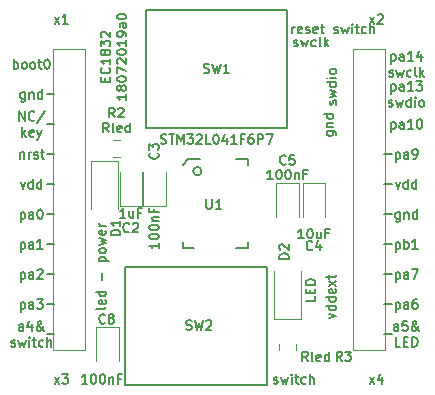
<source format=gbr>
G04 #@! TF.GenerationSoftware,KiCad,Pcbnew,(5.0.2)-1*
G04 #@! TF.CreationDate,2019-07-18T11:35:20+03:00*
G04 #@! TF.ProjectId,Breakout Board STM32L041x6 - TSSOP20,42726561-6b6f-4757-9420-426f61726420,rev?*
G04 #@! TF.SameCoordinates,Original*
G04 #@! TF.FileFunction,Legend,Top*
G04 #@! TF.FilePolarity,Positive*
%FSLAX46Y46*%
G04 Gerber Fmt 4.6, Leading zero omitted, Abs format (unit mm)*
G04 Created by KiCad (PCBNEW (5.0.2)-1) date 18-Jul-19 11:35:20*
%MOMM*%
%LPD*%
G01*
G04 APERTURE LIST*
%ADD10C,0.150000*%
%ADD11C,0.200000*%
%ADD12C,0.120000*%
G04 APERTURE END LIST*
D10*
X122457857Y-64960238D02*
X122457857Y-64693571D01*
X122876904Y-64579285D02*
X122876904Y-64960238D01*
X122076904Y-64960238D01*
X122076904Y-64579285D01*
X122800714Y-63779285D02*
X122838809Y-63817380D01*
X122876904Y-63931666D01*
X122876904Y-64007857D01*
X122838809Y-64122142D01*
X122762619Y-64198333D01*
X122686428Y-64236428D01*
X122534047Y-64274523D01*
X122419761Y-64274523D01*
X122267380Y-64236428D01*
X122191190Y-64198333D01*
X122115000Y-64122142D01*
X122076904Y-64007857D01*
X122076904Y-63931666D01*
X122115000Y-63817380D01*
X122153095Y-63779285D01*
X122876904Y-63017380D02*
X122876904Y-63474523D01*
X122876904Y-63245952D02*
X122076904Y-63245952D01*
X122191190Y-63322142D01*
X122267380Y-63398333D01*
X122305476Y-63474523D01*
X122419761Y-62560238D02*
X122381666Y-62636428D01*
X122343571Y-62674523D01*
X122267380Y-62712619D01*
X122229285Y-62712619D01*
X122153095Y-62674523D01*
X122115000Y-62636428D01*
X122076904Y-62560238D01*
X122076904Y-62407857D01*
X122115000Y-62331666D01*
X122153095Y-62293571D01*
X122229285Y-62255476D01*
X122267380Y-62255476D01*
X122343571Y-62293571D01*
X122381666Y-62331666D01*
X122419761Y-62407857D01*
X122419761Y-62560238D01*
X122457857Y-62636428D01*
X122495952Y-62674523D01*
X122572142Y-62712619D01*
X122724523Y-62712619D01*
X122800714Y-62674523D01*
X122838809Y-62636428D01*
X122876904Y-62560238D01*
X122876904Y-62407857D01*
X122838809Y-62331666D01*
X122800714Y-62293571D01*
X122724523Y-62255476D01*
X122572142Y-62255476D01*
X122495952Y-62293571D01*
X122457857Y-62331666D01*
X122419761Y-62407857D01*
X122076904Y-61988809D02*
X122076904Y-61493571D01*
X122381666Y-61760238D01*
X122381666Y-61645952D01*
X122419761Y-61569761D01*
X122457857Y-61531666D01*
X122534047Y-61493571D01*
X122724523Y-61493571D01*
X122800714Y-61531666D01*
X122838809Y-61569761D01*
X122876904Y-61645952D01*
X122876904Y-61874523D01*
X122838809Y-61950714D01*
X122800714Y-61988809D01*
X122153095Y-61188809D02*
X122115000Y-61150714D01*
X122076904Y-61074523D01*
X122076904Y-60884047D01*
X122115000Y-60807857D01*
X122153095Y-60769761D01*
X122229285Y-60731666D01*
X122305476Y-60731666D01*
X122419761Y-60769761D01*
X122876904Y-61226904D01*
X122876904Y-60731666D01*
X124226904Y-66045952D02*
X124226904Y-66503095D01*
X124226904Y-66274523D02*
X123426904Y-66274523D01*
X123541190Y-66350714D01*
X123617380Y-66426904D01*
X123655476Y-66503095D01*
X123769761Y-65588809D02*
X123731666Y-65665000D01*
X123693571Y-65703095D01*
X123617380Y-65741190D01*
X123579285Y-65741190D01*
X123503095Y-65703095D01*
X123465000Y-65665000D01*
X123426904Y-65588809D01*
X123426904Y-65436428D01*
X123465000Y-65360238D01*
X123503095Y-65322142D01*
X123579285Y-65284047D01*
X123617380Y-65284047D01*
X123693571Y-65322142D01*
X123731666Y-65360238D01*
X123769761Y-65436428D01*
X123769761Y-65588809D01*
X123807857Y-65665000D01*
X123845952Y-65703095D01*
X123922142Y-65741190D01*
X124074523Y-65741190D01*
X124150714Y-65703095D01*
X124188809Y-65665000D01*
X124226904Y-65588809D01*
X124226904Y-65436428D01*
X124188809Y-65360238D01*
X124150714Y-65322142D01*
X124074523Y-65284047D01*
X123922142Y-65284047D01*
X123845952Y-65322142D01*
X123807857Y-65360238D01*
X123769761Y-65436428D01*
X123426904Y-64788809D02*
X123426904Y-64712619D01*
X123465000Y-64636428D01*
X123503095Y-64598333D01*
X123579285Y-64560238D01*
X123731666Y-64522142D01*
X123922142Y-64522142D01*
X124074523Y-64560238D01*
X124150714Y-64598333D01*
X124188809Y-64636428D01*
X124226904Y-64712619D01*
X124226904Y-64788809D01*
X124188809Y-64865000D01*
X124150714Y-64903095D01*
X124074523Y-64941190D01*
X123922142Y-64979285D01*
X123731666Y-64979285D01*
X123579285Y-64941190D01*
X123503095Y-64903095D01*
X123465000Y-64865000D01*
X123426904Y-64788809D01*
X123426904Y-64255476D02*
X123426904Y-63722142D01*
X124226904Y-64065000D01*
X123503095Y-63455476D02*
X123465000Y-63417380D01*
X123426904Y-63341190D01*
X123426904Y-63150714D01*
X123465000Y-63074523D01*
X123503095Y-63036428D01*
X123579285Y-62998333D01*
X123655476Y-62998333D01*
X123769761Y-63036428D01*
X124226904Y-63493571D01*
X124226904Y-62998333D01*
X123426904Y-62503095D02*
X123426904Y-62426904D01*
X123465000Y-62350714D01*
X123503095Y-62312619D01*
X123579285Y-62274523D01*
X123731666Y-62236428D01*
X123922142Y-62236428D01*
X124074523Y-62274523D01*
X124150714Y-62312619D01*
X124188809Y-62350714D01*
X124226904Y-62426904D01*
X124226904Y-62503095D01*
X124188809Y-62579285D01*
X124150714Y-62617380D01*
X124074523Y-62655476D01*
X123922142Y-62693571D01*
X123731666Y-62693571D01*
X123579285Y-62655476D01*
X123503095Y-62617380D01*
X123465000Y-62579285D01*
X123426904Y-62503095D01*
X124226904Y-61474523D02*
X124226904Y-61931666D01*
X124226904Y-61703095D02*
X123426904Y-61703095D01*
X123541190Y-61779285D01*
X123617380Y-61855476D01*
X123655476Y-61931666D01*
X124226904Y-61093571D02*
X124226904Y-60941190D01*
X124188809Y-60865000D01*
X124150714Y-60826904D01*
X124036428Y-60750714D01*
X123884047Y-60712619D01*
X123579285Y-60712619D01*
X123503095Y-60750714D01*
X123465000Y-60788809D01*
X123426904Y-60865000D01*
X123426904Y-61017380D01*
X123465000Y-61093571D01*
X123503095Y-61131666D01*
X123579285Y-61169761D01*
X123769761Y-61169761D01*
X123845952Y-61131666D01*
X123884047Y-61093571D01*
X123922142Y-61017380D01*
X123922142Y-60865000D01*
X123884047Y-60788809D01*
X123845952Y-60750714D01*
X123769761Y-60712619D01*
X124226904Y-60026904D02*
X123807857Y-60026904D01*
X123731666Y-60065000D01*
X123693571Y-60141190D01*
X123693571Y-60293571D01*
X123731666Y-60369761D01*
X124188809Y-60026904D02*
X124226904Y-60103095D01*
X124226904Y-60293571D01*
X124188809Y-60369761D01*
X124112619Y-60407857D01*
X124036428Y-60407857D01*
X123960238Y-60369761D01*
X123922142Y-60293571D01*
X123922142Y-60103095D01*
X123884047Y-60026904D01*
X123426904Y-59493571D02*
X123426904Y-59417380D01*
X123465000Y-59341190D01*
X123503095Y-59303095D01*
X123579285Y-59265000D01*
X123731666Y-59226904D01*
X123922142Y-59226904D01*
X124074523Y-59265000D01*
X124150714Y-59303095D01*
X124188809Y-59341190D01*
X124226904Y-59417380D01*
X124226904Y-59493571D01*
X124188809Y-59569761D01*
X124150714Y-59607857D01*
X124074523Y-59645952D01*
X123922142Y-59684047D01*
X123731666Y-59684047D01*
X123579285Y-59645952D01*
X123503095Y-59607857D01*
X123465000Y-59569761D01*
X123426904Y-59493571D01*
X144824523Y-60051904D02*
X145243571Y-59518571D01*
X144824523Y-59518571D02*
X145243571Y-60051904D01*
X145510238Y-59328095D02*
X145548333Y-59290000D01*
X145624523Y-59251904D01*
X145815000Y-59251904D01*
X145891190Y-59290000D01*
X145929285Y-59328095D01*
X145967380Y-59404285D01*
X145967380Y-59480476D01*
X145929285Y-59594761D01*
X145472142Y-60051904D01*
X145967380Y-60051904D01*
X118154523Y-60051904D02*
X118573571Y-59518571D01*
X118154523Y-59518571D02*
X118573571Y-60051904D01*
X119297380Y-60051904D02*
X118840238Y-60051904D01*
X119068809Y-60051904D02*
X119068809Y-59251904D01*
X118992619Y-59366190D01*
X118916428Y-59442380D01*
X118840238Y-59480476D01*
X144824523Y-90531904D02*
X145243571Y-89998571D01*
X144824523Y-89998571D02*
X145243571Y-90531904D01*
X145891190Y-89998571D02*
X145891190Y-90531904D01*
X145700714Y-89693809D02*
X145510238Y-90265238D01*
X146005476Y-90265238D01*
X118154523Y-90531904D02*
X118573571Y-89998571D01*
X118154523Y-89998571D02*
X118573571Y-90531904D01*
X118802142Y-89731904D02*
X119297380Y-89731904D01*
X119030714Y-90036666D01*
X119145000Y-90036666D01*
X119221190Y-90074761D01*
X119259285Y-90112857D01*
X119297380Y-90189047D01*
X119297380Y-90379523D01*
X119259285Y-90455714D01*
X119221190Y-90493809D01*
X119145000Y-90531904D01*
X118916428Y-90531904D01*
X118840238Y-90493809D01*
X118802142Y-90455714D01*
D11*
X146685000Y-71120000D02*
X146050000Y-71120000D01*
X146685000Y-73660000D02*
X146050000Y-73660000D01*
X146685000Y-76200000D02*
X146050000Y-76200000D01*
X146685000Y-78740000D02*
X146050000Y-78740000D01*
X146685000Y-81280000D02*
X146050000Y-81280000D01*
X146685000Y-83820000D02*
X146050000Y-83820000D01*
X146685000Y-86360000D02*
X146050000Y-86360000D01*
X117475000Y-86360000D02*
X118110000Y-86360000D01*
X117475000Y-83820000D02*
X118110000Y-83820000D01*
X117475000Y-81280000D02*
X118110000Y-81280000D01*
X117475000Y-78740000D02*
X118110000Y-78740000D01*
X117475000Y-68580000D02*
X118110000Y-68580000D01*
X117475000Y-66040000D02*
X118110000Y-66040000D01*
X117475000Y-76200000D02*
X118110000Y-76200000D01*
X117475000Y-73660000D02*
X118110000Y-73660000D01*
X117475000Y-71120000D02*
X118110000Y-71120000D01*
D10*
X146659761Y-65193571D02*
X146659761Y-65993571D01*
X146659761Y-65231666D02*
X146735952Y-65193571D01*
X146888333Y-65193571D01*
X146964523Y-65231666D01*
X147002619Y-65269761D01*
X147040714Y-65345952D01*
X147040714Y-65574523D01*
X147002619Y-65650714D01*
X146964523Y-65688809D01*
X146888333Y-65726904D01*
X146735952Y-65726904D01*
X146659761Y-65688809D01*
X147726428Y-65726904D02*
X147726428Y-65307857D01*
X147688333Y-65231666D01*
X147612142Y-65193571D01*
X147459761Y-65193571D01*
X147383571Y-65231666D01*
X147726428Y-65688809D02*
X147650238Y-65726904D01*
X147459761Y-65726904D01*
X147383571Y-65688809D01*
X147345476Y-65612619D01*
X147345476Y-65536428D01*
X147383571Y-65460238D01*
X147459761Y-65422142D01*
X147650238Y-65422142D01*
X147726428Y-65384047D01*
X148526428Y-65726904D02*
X148069285Y-65726904D01*
X148297857Y-65726904D02*
X148297857Y-64926904D01*
X148221666Y-65041190D01*
X148145476Y-65117380D01*
X148069285Y-65155476D01*
X148793095Y-64926904D02*
X149288333Y-64926904D01*
X149021666Y-65231666D01*
X149135952Y-65231666D01*
X149212142Y-65269761D01*
X149250238Y-65307857D01*
X149288333Y-65384047D01*
X149288333Y-65574523D01*
X149250238Y-65650714D01*
X149212142Y-65688809D01*
X149135952Y-65726904D01*
X148907380Y-65726904D01*
X148831190Y-65688809D01*
X148793095Y-65650714D01*
X146450238Y-67038809D02*
X146526428Y-67076904D01*
X146678809Y-67076904D01*
X146755000Y-67038809D01*
X146793095Y-66962619D01*
X146793095Y-66924523D01*
X146755000Y-66848333D01*
X146678809Y-66810238D01*
X146564523Y-66810238D01*
X146488333Y-66772142D01*
X146450238Y-66695952D01*
X146450238Y-66657857D01*
X146488333Y-66581666D01*
X146564523Y-66543571D01*
X146678809Y-66543571D01*
X146755000Y-66581666D01*
X147059761Y-66543571D02*
X147212142Y-67076904D01*
X147364523Y-66695952D01*
X147516904Y-67076904D01*
X147669285Y-66543571D01*
X148316904Y-67076904D02*
X148316904Y-66276904D01*
X148316904Y-67038809D02*
X148240714Y-67076904D01*
X148088333Y-67076904D01*
X148012142Y-67038809D01*
X147974047Y-67000714D01*
X147935952Y-66924523D01*
X147935952Y-66695952D01*
X147974047Y-66619761D01*
X148012142Y-66581666D01*
X148088333Y-66543571D01*
X148240714Y-66543571D01*
X148316904Y-66581666D01*
X148697857Y-67076904D02*
X148697857Y-66543571D01*
X148697857Y-66276904D02*
X148659761Y-66315000D01*
X148697857Y-66353095D01*
X148735952Y-66315000D01*
X148697857Y-66276904D01*
X148697857Y-66353095D01*
X149193095Y-67076904D02*
X149116904Y-67038809D01*
X149078809Y-67000714D01*
X149040714Y-66924523D01*
X149040714Y-66695952D01*
X149078809Y-66619761D01*
X149116904Y-66581666D01*
X149193095Y-66543571D01*
X149307380Y-66543571D01*
X149383571Y-66581666D01*
X149421666Y-66619761D01*
X149459761Y-66695952D01*
X149459761Y-66924523D01*
X149421666Y-67000714D01*
X149383571Y-67038809D01*
X149307380Y-67076904D01*
X149193095Y-67076904D01*
X146659761Y-68408571D02*
X146659761Y-69208571D01*
X146659761Y-68446666D02*
X146735952Y-68408571D01*
X146888333Y-68408571D01*
X146964523Y-68446666D01*
X147002619Y-68484761D01*
X147040714Y-68560952D01*
X147040714Y-68789523D01*
X147002619Y-68865714D01*
X146964523Y-68903809D01*
X146888333Y-68941904D01*
X146735952Y-68941904D01*
X146659761Y-68903809D01*
X147726428Y-68941904D02*
X147726428Y-68522857D01*
X147688333Y-68446666D01*
X147612142Y-68408571D01*
X147459761Y-68408571D01*
X147383571Y-68446666D01*
X147726428Y-68903809D02*
X147650238Y-68941904D01*
X147459761Y-68941904D01*
X147383571Y-68903809D01*
X147345476Y-68827619D01*
X147345476Y-68751428D01*
X147383571Y-68675238D01*
X147459761Y-68637142D01*
X147650238Y-68637142D01*
X147726428Y-68599047D01*
X148526428Y-68941904D02*
X148069285Y-68941904D01*
X148297857Y-68941904D02*
X148297857Y-68141904D01*
X148221666Y-68256190D01*
X148145476Y-68332380D01*
X148069285Y-68370476D01*
X149021666Y-68141904D02*
X149097857Y-68141904D01*
X149174047Y-68180000D01*
X149212142Y-68218095D01*
X149250238Y-68294285D01*
X149288333Y-68446666D01*
X149288333Y-68637142D01*
X149250238Y-68789523D01*
X149212142Y-68865714D01*
X149174047Y-68903809D01*
X149097857Y-68941904D01*
X149021666Y-68941904D01*
X148945476Y-68903809D01*
X148907380Y-68865714D01*
X148869285Y-68789523D01*
X148831190Y-68637142D01*
X148831190Y-68446666D01*
X148869285Y-68294285D01*
X148907380Y-68218095D01*
X148945476Y-68180000D01*
X149021666Y-68141904D01*
X147040714Y-70948571D02*
X147040714Y-71748571D01*
X147040714Y-70986666D02*
X147116904Y-70948571D01*
X147269285Y-70948571D01*
X147345476Y-70986666D01*
X147383571Y-71024761D01*
X147421666Y-71100952D01*
X147421666Y-71329523D01*
X147383571Y-71405714D01*
X147345476Y-71443809D01*
X147269285Y-71481904D01*
X147116904Y-71481904D01*
X147040714Y-71443809D01*
X148107380Y-71481904D02*
X148107380Y-71062857D01*
X148069285Y-70986666D01*
X147993095Y-70948571D01*
X147840714Y-70948571D01*
X147764523Y-70986666D01*
X148107380Y-71443809D02*
X148031190Y-71481904D01*
X147840714Y-71481904D01*
X147764523Y-71443809D01*
X147726428Y-71367619D01*
X147726428Y-71291428D01*
X147764523Y-71215238D01*
X147840714Y-71177142D01*
X148031190Y-71177142D01*
X148107380Y-71139047D01*
X148526428Y-71481904D02*
X148678809Y-71481904D01*
X148755000Y-71443809D01*
X148793095Y-71405714D01*
X148869285Y-71291428D01*
X148907380Y-71139047D01*
X148907380Y-70834285D01*
X148869285Y-70758095D01*
X148831190Y-70720000D01*
X148755000Y-70681904D01*
X148602619Y-70681904D01*
X148526428Y-70720000D01*
X148488333Y-70758095D01*
X148450238Y-70834285D01*
X148450238Y-71024761D01*
X148488333Y-71100952D01*
X148526428Y-71139047D01*
X148602619Y-71177142D01*
X148755000Y-71177142D01*
X148831190Y-71139047D01*
X148869285Y-71100952D01*
X148907380Y-71024761D01*
X146659761Y-62653571D02*
X146659761Y-63453571D01*
X146659761Y-62691666D02*
X146735952Y-62653571D01*
X146888333Y-62653571D01*
X146964523Y-62691666D01*
X147002619Y-62729761D01*
X147040714Y-62805952D01*
X147040714Y-63034523D01*
X147002619Y-63110714D01*
X146964523Y-63148809D01*
X146888333Y-63186904D01*
X146735952Y-63186904D01*
X146659761Y-63148809D01*
X147726428Y-63186904D02*
X147726428Y-62767857D01*
X147688333Y-62691666D01*
X147612142Y-62653571D01*
X147459761Y-62653571D01*
X147383571Y-62691666D01*
X147726428Y-63148809D02*
X147650238Y-63186904D01*
X147459761Y-63186904D01*
X147383571Y-63148809D01*
X147345476Y-63072619D01*
X147345476Y-62996428D01*
X147383571Y-62920238D01*
X147459761Y-62882142D01*
X147650238Y-62882142D01*
X147726428Y-62844047D01*
X148526428Y-63186904D02*
X148069285Y-63186904D01*
X148297857Y-63186904D02*
X148297857Y-62386904D01*
X148221666Y-62501190D01*
X148145476Y-62577380D01*
X148069285Y-62615476D01*
X149212142Y-62653571D02*
X149212142Y-63186904D01*
X149021666Y-62348809D02*
X148831190Y-62920238D01*
X149326428Y-62920238D01*
X146488333Y-64498809D02*
X146564523Y-64536904D01*
X146716904Y-64536904D01*
X146793095Y-64498809D01*
X146831190Y-64422619D01*
X146831190Y-64384523D01*
X146793095Y-64308333D01*
X146716904Y-64270238D01*
X146602619Y-64270238D01*
X146526428Y-64232142D01*
X146488333Y-64155952D01*
X146488333Y-64117857D01*
X146526428Y-64041666D01*
X146602619Y-64003571D01*
X146716904Y-64003571D01*
X146793095Y-64041666D01*
X147097857Y-64003571D02*
X147250238Y-64536904D01*
X147402619Y-64155952D01*
X147555000Y-64536904D01*
X147707380Y-64003571D01*
X148355000Y-64498809D02*
X148278809Y-64536904D01*
X148126428Y-64536904D01*
X148050238Y-64498809D01*
X148012142Y-64460714D01*
X147974047Y-64384523D01*
X147974047Y-64155952D01*
X148012142Y-64079761D01*
X148050238Y-64041666D01*
X148126428Y-64003571D01*
X148278809Y-64003571D01*
X148355000Y-64041666D01*
X148812142Y-64536904D02*
X148735952Y-64498809D01*
X148697857Y-64422619D01*
X148697857Y-63736904D01*
X149116904Y-64536904D02*
X149116904Y-63736904D01*
X149193095Y-64232142D02*
X149421666Y-64536904D01*
X149421666Y-64003571D02*
X149116904Y-64308333D01*
X115290714Y-81108571D02*
X115290714Y-81908571D01*
X115290714Y-81146666D02*
X115366904Y-81108571D01*
X115519285Y-81108571D01*
X115595476Y-81146666D01*
X115633571Y-81184761D01*
X115671666Y-81260952D01*
X115671666Y-81489523D01*
X115633571Y-81565714D01*
X115595476Y-81603809D01*
X115519285Y-81641904D01*
X115366904Y-81641904D01*
X115290714Y-81603809D01*
X116357380Y-81641904D02*
X116357380Y-81222857D01*
X116319285Y-81146666D01*
X116243095Y-81108571D01*
X116090714Y-81108571D01*
X116014523Y-81146666D01*
X116357380Y-81603809D02*
X116281190Y-81641904D01*
X116090714Y-81641904D01*
X116014523Y-81603809D01*
X115976428Y-81527619D01*
X115976428Y-81451428D01*
X116014523Y-81375238D01*
X116090714Y-81337142D01*
X116281190Y-81337142D01*
X116357380Y-81299047D01*
X116700238Y-80918095D02*
X116738333Y-80880000D01*
X116814523Y-80841904D01*
X117005000Y-80841904D01*
X117081190Y-80880000D01*
X117119285Y-80918095D01*
X117157380Y-80994285D01*
X117157380Y-81070476D01*
X117119285Y-81184761D01*
X116662142Y-81641904D01*
X117157380Y-81641904D01*
X115290714Y-78568571D02*
X115290714Y-79368571D01*
X115290714Y-78606666D02*
X115366904Y-78568571D01*
X115519285Y-78568571D01*
X115595476Y-78606666D01*
X115633571Y-78644761D01*
X115671666Y-78720952D01*
X115671666Y-78949523D01*
X115633571Y-79025714D01*
X115595476Y-79063809D01*
X115519285Y-79101904D01*
X115366904Y-79101904D01*
X115290714Y-79063809D01*
X116357380Y-79101904D02*
X116357380Y-78682857D01*
X116319285Y-78606666D01*
X116243095Y-78568571D01*
X116090714Y-78568571D01*
X116014523Y-78606666D01*
X116357380Y-79063809D02*
X116281190Y-79101904D01*
X116090714Y-79101904D01*
X116014523Y-79063809D01*
X115976428Y-78987619D01*
X115976428Y-78911428D01*
X116014523Y-78835238D01*
X116090714Y-78797142D01*
X116281190Y-78797142D01*
X116357380Y-78759047D01*
X117157380Y-79101904D02*
X116700238Y-79101904D01*
X116928809Y-79101904D02*
X116928809Y-78301904D01*
X116852619Y-78416190D01*
X116776428Y-78492380D01*
X116700238Y-78530476D01*
X115290714Y-83648571D02*
X115290714Y-84448571D01*
X115290714Y-83686666D02*
X115366904Y-83648571D01*
X115519285Y-83648571D01*
X115595476Y-83686666D01*
X115633571Y-83724761D01*
X115671666Y-83800952D01*
X115671666Y-84029523D01*
X115633571Y-84105714D01*
X115595476Y-84143809D01*
X115519285Y-84181904D01*
X115366904Y-84181904D01*
X115290714Y-84143809D01*
X116357380Y-84181904D02*
X116357380Y-83762857D01*
X116319285Y-83686666D01*
X116243095Y-83648571D01*
X116090714Y-83648571D01*
X116014523Y-83686666D01*
X116357380Y-84143809D02*
X116281190Y-84181904D01*
X116090714Y-84181904D01*
X116014523Y-84143809D01*
X115976428Y-84067619D01*
X115976428Y-83991428D01*
X116014523Y-83915238D01*
X116090714Y-83877142D01*
X116281190Y-83877142D01*
X116357380Y-83839047D01*
X116662142Y-83381904D02*
X117157380Y-83381904D01*
X116890714Y-83686666D01*
X117005000Y-83686666D01*
X117081190Y-83724761D01*
X117119285Y-83762857D01*
X117157380Y-83839047D01*
X117157380Y-84029523D01*
X117119285Y-84105714D01*
X117081190Y-84143809D01*
X117005000Y-84181904D01*
X116776428Y-84181904D01*
X116700238Y-84143809D01*
X116662142Y-84105714D01*
X147402619Y-76028571D02*
X147402619Y-76676190D01*
X147364523Y-76752380D01*
X147326428Y-76790476D01*
X147250238Y-76828571D01*
X147135952Y-76828571D01*
X147059761Y-76790476D01*
X147402619Y-76523809D02*
X147326428Y-76561904D01*
X147174047Y-76561904D01*
X147097857Y-76523809D01*
X147059761Y-76485714D01*
X147021666Y-76409523D01*
X147021666Y-76180952D01*
X147059761Y-76104761D01*
X147097857Y-76066666D01*
X147174047Y-76028571D01*
X147326428Y-76028571D01*
X147402619Y-76066666D01*
X147783571Y-76028571D02*
X147783571Y-76561904D01*
X147783571Y-76104761D02*
X147821666Y-76066666D01*
X147897857Y-76028571D01*
X148012142Y-76028571D01*
X148088333Y-76066666D01*
X148126428Y-76142857D01*
X148126428Y-76561904D01*
X148850238Y-76561904D02*
X148850238Y-75761904D01*
X148850238Y-76523809D02*
X148774047Y-76561904D01*
X148621666Y-76561904D01*
X148545476Y-76523809D01*
X148507380Y-76485714D01*
X148469285Y-76409523D01*
X148469285Y-76180952D01*
X148507380Y-76104761D01*
X148545476Y-76066666D01*
X148621666Y-76028571D01*
X148774047Y-76028571D01*
X148850238Y-76066666D01*
X147040714Y-78568571D02*
X147040714Y-79368571D01*
X147040714Y-78606666D02*
X147116904Y-78568571D01*
X147269285Y-78568571D01*
X147345476Y-78606666D01*
X147383571Y-78644761D01*
X147421666Y-78720952D01*
X147421666Y-78949523D01*
X147383571Y-79025714D01*
X147345476Y-79063809D01*
X147269285Y-79101904D01*
X147116904Y-79101904D01*
X147040714Y-79063809D01*
X147764523Y-79101904D02*
X147764523Y-78301904D01*
X147764523Y-78606666D02*
X147840714Y-78568571D01*
X147993095Y-78568571D01*
X148069285Y-78606666D01*
X148107380Y-78644761D01*
X148145476Y-78720952D01*
X148145476Y-78949523D01*
X148107380Y-79025714D01*
X148069285Y-79063809D01*
X147993095Y-79101904D01*
X147840714Y-79101904D01*
X147764523Y-79063809D01*
X148907380Y-79101904D02*
X148450238Y-79101904D01*
X148678809Y-79101904D02*
X148678809Y-78301904D01*
X148602619Y-78416190D01*
X148526428Y-78492380D01*
X148450238Y-78530476D01*
X147040714Y-73488571D02*
X147231190Y-74021904D01*
X147421666Y-73488571D01*
X148069285Y-74021904D02*
X148069285Y-73221904D01*
X148069285Y-73983809D02*
X147993095Y-74021904D01*
X147840714Y-74021904D01*
X147764523Y-73983809D01*
X147726428Y-73945714D01*
X147688333Y-73869523D01*
X147688333Y-73640952D01*
X147726428Y-73564761D01*
X147764523Y-73526666D01*
X147840714Y-73488571D01*
X147993095Y-73488571D01*
X148069285Y-73526666D01*
X148793095Y-74021904D02*
X148793095Y-73221904D01*
X148793095Y-73983809D02*
X148716904Y-74021904D01*
X148564523Y-74021904D01*
X148488333Y-73983809D01*
X148450238Y-73945714D01*
X148412142Y-73869523D01*
X148412142Y-73640952D01*
X148450238Y-73564761D01*
X148488333Y-73526666D01*
X148564523Y-73488571D01*
X148716904Y-73488571D01*
X148793095Y-73526666D01*
X147250238Y-86046904D02*
X147250238Y-85627857D01*
X147212142Y-85551666D01*
X147135952Y-85513571D01*
X146983571Y-85513571D01*
X146907380Y-85551666D01*
X147250238Y-86008809D02*
X147174047Y-86046904D01*
X146983571Y-86046904D01*
X146907380Y-86008809D01*
X146869285Y-85932619D01*
X146869285Y-85856428D01*
X146907380Y-85780238D01*
X146983571Y-85742142D01*
X147174047Y-85742142D01*
X147250238Y-85704047D01*
X148012142Y-85246904D02*
X147631190Y-85246904D01*
X147593095Y-85627857D01*
X147631190Y-85589761D01*
X147707380Y-85551666D01*
X147897857Y-85551666D01*
X147974047Y-85589761D01*
X148012142Y-85627857D01*
X148050238Y-85704047D01*
X148050238Y-85894523D01*
X148012142Y-85970714D01*
X147974047Y-86008809D01*
X147897857Y-86046904D01*
X147707380Y-86046904D01*
X147631190Y-86008809D01*
X147593095Y-85970714D01*
X149040714Y-86046904D02*
X149002619Y-86046904D01*
X148926428Y-86008809D01*
X148812142Y-85894523D01*
X148621666Y-85665952D01*
X148545476Y-85551666D01*
X148507380Y-85437380D01*
X148507380Y-85361190D01*
X148545476Y-85285000D01*
X148621666Y-85246904D01*
X148659761Y-85246904D01*
X148735952Y-85285000D01*
X148774047Y-85361190D01*
X148774047Y-85399285D01*
X148735952Y-85475476D01*
X148697857Y-85513571D01*
X148469285Y-85665952D01*
X148431190Y-85704047D01*
X148393095Y-85780238D01*
X148393095Y-85894523D01*
X148431190Y-85970714D01*
X148469285Y-86008809D01*
X148545476Y-86046904D01*
X148659761Y-86046904D01*
X148735952Y-86008809D01*
X148774047Y-85970714D01*
X148888333Y-85818333D01*
X148926428Y-85704047D01*
X148926428Y-85627857D01*
X147440714Y-87396904D02*
X147059761Y-87396904D01*
X147059761Y-86596904D01*
X147707380Y-86977857D02*
X147974047Y-86977857D01*
X148088333Y-87396904D02*
X147707380Y-87396904D01*
X147707380Y-86596904D01*
X148088333Y-86596904D01*
X148431190Y-87396904D02*
X148431190Y-86596904D01*
X148621666Y-86596904D01*
X148735952Y-86635000D01*
X148812142Y-86711190D01*
X148850238Y-86787380D01*
X148888333Y-86939761D01*
X148888333Y-87054047D01*
X148850238Y-87206428D01*
X148812142Y-87282619D01*
X148735952Y-87358809D01*
X148621666Y-87396904D01*
X148431190Y-87396904D01*
X115500238Y-86046904D02*
X115500238Y-85627857D01*
X115462142Y-85551666D01*
X115385952Y-85513571D01*
X115233571Y-85513571D01*
X115157380Y-85551666D01*
X115500238Y-86008809D02*
X115424047Y-86046904D01*
X115233571Y-86046904D01*
X115157380Y-86008809D01*
X115119285Y-85932619D01*
X115119285Y-85856428D01*
X115157380Y-85780238D01*
X115233571Y-85742142D01*
X115424047Y-85742142D01*
X115500238Y-85704047D01*
X116224047Y-85513571D02*
X116224047Y-86046904D01*
X116033571Y-85208809D02*
X115843095Y-85780238D01*
X116338333Y-85780238D01*
X117290714Y-86046904D02*
X117252619Y-86046904D01*
X117176428Y-86008809D01*
X117062142Y-85894523D01*
X116871666Y-85665952D01*
X116795476Y-85551666D01*
X116757380Y-85437380D01*
X116757380Y-85361190D01*
X116795476Y-85285000D01*
X116871666Y-85246904D01*
X116909761Y-85246904D01*
X116985952Y-85285000D01*
X117024047Y-85361190D01*
X117024047Y-85399285D01*
X116985952Y-85475476D01*
X116947857Y-85513571D01*
X116719285Y-85665952D01*
X116681190Y-85704047D01*
X116643095Y-85780238D01*
X116643095Y-85894523D01*
X116681190Y-85970714D01*
X116719285Y-86008809D01*
X116795476Y-86046904D01*
X116909761Y-86046904D01*
X116985952Y-86008809D01*
X117024047Y-85970714D01*
X117138333Y-85818333D01*
X117176428Y-85704047D01*
X117176428Y-85627857D01*
X114490714Y-87358809D02*
X114566904Y-87396904D01*
X114719285Y-87396904D01*
X114795476Y-87358809D01*
X114833571Y-87282619D01*
X114833571Y-87244523D01*
X114795476Y-87168333D01*
X114719285Y-87130238D01*
X114605000Y-87130238D01*
X114528809Y-87092142D01*
X114490714Y-87015952D01*
X114490714Y-86977857D01*
X114528809Y-86901666D01*
X114605000Y-86863571D01*
X114719285Y-86863571D01*
X114795476Y-86901666D01*
X115100238Y-86863571D02*
X115252619Y-87396904D01*
X115405000Y-87015952D01*
X115557380Y-87396904D01*
X115709761Y-86863571D01*
X116014523Y-87396904D02*
X116014523Y-86863571D01*
X116014523Y-86596904D02*
X115976428Y-86635000D01*
X116014523Y-86673095D01*
X116052619Y-86635000D01*
X116014523Y-86596904D01*
X116014523Y-86673095D01*
X116281190Y-86863571D02*
X116585952Y-86863571D01*
X116395476Y-86596904D02*
X116395476Y-87282619D01*
X116433571Y-87358809D01*
X116509761Y-87396904D01*
X116585952Y-87396904D01*
X117195476Y-87358809D02*
X117119285Y-87396904D01*
X116966904Y-87396904D01*
X116890714Y-87358809D01*
X116852619Y-87320714D01*
X116814523Y-87244523D01*
X116814523Y-87015952D01*
X116852619Y-86939761D01*
X116890714Y-86901666D01*
X116966904Y-86863571D01*
X117119285Y-86863571D01*
X117195476Y-86901666D01*
X117538333Y-87396904D02*
X117538333Y-86596904D01*
X117881190Y-87396904D02*
X117881190Y-86977857D01*
X117843095Y-86901666D01*
X117766904Y-86863571D01*
X117652619Y-86863571D01*
X117576428Y-86901666D01*
X117538333Y-86939761D01*
X147040714Y-83648571D02*
X147040714Y-84448571D01*
X147040714Y-83686666D02*
X147116904Y-83648571D01*
X147269285Y-83648571D01*
X147345476Y-83686666D01*
X147383571Y-83724761D01*
X147421666Y-83800952D01*
X147421666Y-84029523D01*
X147383571Y-84105714D01*
X147345476Y-84143809D01*
X147269285Y-84181904D01*
X147116904Y-84181904D01*
X147040714Y-84143809D01*
X148107380Y-84181904D02*
X148107380Y-83762857D01*
X148069285Y-83686666D01*
X147993095Y-83648571D01*
X147840714Y-83648571D01*
X147764523Y-83686666D01*
X148107380Y-84143809D02*
X148031190Y-84181904D01*
X147840714Y-84181904D01*
X147764523Y-84143809D01*
X147726428Y-84067619D01*
X147726428Y-83991428D01*
X147764523Y-83915238D01*
X147840714Y-83877142D01*
X148031190Y-83877142D01*
X148107380Y-83839047D01*
X148831190Y-83381904D02*
X148678809Y-83381904D01*
X148602619Y-83420000D01*
X148564523Y-83458095D01*
X148488333Y-83572380D01*
X148450238Y-83724761D01*
X148450238Y-84029523D01*
X148488333Y-84105714D01*
X148526428Y-84143809D01*
X148602619Y-84181904D01*
X148755000Y-84181904D01*
X148831190Y-84143809D01*
X148869285Y-84105714D01*
X148907380Y-84029523D01*
X148907380Y-83839047D01*
X148869285Y-83762857D01*
X148831190Y-83724761D01*
X148755000Y-83686666D01*
X148602619Y-83686666D01*
X148526428Y-83724761D01*
X148488333Y-83762857D01*
X148450238Y-83839047D01*
X115290714Y-76028571D02*
X115290714Y-76828571D01*
X115290714Y-76066666D02*
X115366904Y-76028571D01*
X115519285Y-76028571D01*
X115595476Y-76066666D01*
X115633571Y-76104761D01*
X115671666Y-76180952D01*
X115671666Y-76409523D01*
X115633571Y-76485714D01*
X115595476Y-76523809D01*
X115519285Y-76561904D01*
X115366904Y-76561904D01*
X115290714Y-76523809D01*
X116357380Y-76561904D02*
X116357380Y-76142857D01*
X116319285Y-76066666D01*
X116243095Y-76028571D01*
X116090714Y-76028571D01*
X116014523Y-76066666D01*
X116357380Y-76523809D02*
X116281190Y-76561904D01*
X116090714Y-76561904D01*
X116014523Y-76523809D01*
X115976428Y-76447619D01*
X115976428Y-76371428D01*
X116014523Y-76295238D01*
X116090714Y-76257142D01*
X116281190Y-76257142D01*
X116357380Y-76219047D01*
X116890714Y-75761904D02*
X116966904Y-75761904D01*
X117043095Y-75800000D01*
X117081190Y-75838095D01*
X117119285Y-75914285D01*
X117157380Y-76066666D01*
X117157380Y-76257142D01*
X117119285Y-76409523D01*
X117081190Y-76485714D01*
X117043095Y-76523809D01*
X116966904Y-76561904D01*
X116890714Y-76561904D01*
X116814523Y-76523809D01*
X116776428Y-76485714D01*
X116738333Y-76409523D01*
X116700238Y-76257142D01*
X116700238Y-76066666D01*
X116738333Y-75914285D01*
X116776428Y-75838095D01*
X116814523Y-75800000D01*
X116890714Y-75761904D01*
X147040714Y-81108571D02*
X147040714Y-81908571D01*
X147040714Y-81146666D02*
X147116904Y-81108571D01*
X147269285Y-81108571D01*
X147345476Y-81146666D01*
X147383571Y-81184761D01*
X147421666Y-81260952D01*
X147421666Y-81489523D01*
X147383571Y-81565714D01*
X147345476Y-81603809D01*
X147269285Y-81641904D01*
X147116904Y-81641904D01*
X147040714Y-81603809D01*
X148107380Y-81641904D02*
X148107380Y-81222857D01*
X148069285Y-81146666D01*
X147993095Y-81108571D01*
X147840714Y-81108571D01*
X147764523Y-81146666D01*
X148107380Y-81603809D02*
X148031190Y-81641904D01*
X147840714Y-81641904D01*
X147764523Y-81603809D01*
X147726428Y-81527619D01*
X147726428Y-81451428D01*
X147764523Y-81375238D01*
X147840714Y-81337142D01*
X148031190Y-81337142D01*
X148107380Y-81299047D01*
X148412142Y-80841904D02*
X148945476Y-80841904D01*
X148602619Y-81641904D01*
X115233571Y-70948571D02*
X115233571Y-71481904D01*
X115233571Y-71024761D02*
X115271666Y-70986666D01*
X115347857Y-70948571D01*
X115462142Y-70948571D01*
X115538333Y-70986666D01*
X115576428Y-71062857D01*
X115576428Y-71481904D01*
X115957380Y-71481904D02*
X115957380Y-70948571D01*
X115957380Y-71100952D02*
X115995476Y-71024761D01*
X116033571Y-70986666D01*
X116109761Y-70948571D01*
X116185952Y-70948571D01*
X116414523Y-71443809D02*
X116490714Y-71481904D01*
X116643095Y-71481904D01*
X116719285Y-71443809D01*
X116757380Y-71367619D01*
X116757380Y-71329523D01*
X116719285Y-71253333D01*
X116643095Y-71215238D01*
X116528809Y-71215238D01*
X116452619Y-71177142D01*
X116414523Y-71100952D01*
X116414523Y-71062857D01*
X116452619Y-70986666D01*
X116528809Y-70948571D01*
X116643095Y-70948571D01*
X116719285Y-70986666D01*
X116985952Y-70948571D02*
X117290714Y-70948571D01*
X117100238Y-70681904D02*
X117100238Y-71367619D01*
X117138333Y-71443809D01*
X117214523Y-71481904D01*
X117290714Y-71481904D01*
X115290714Y-73488571D02*
X115481190Y-74021904D01*
X115671666Y-73488571D01*
X116319285Y-74021904D02*
X116319285Y-73221904D01*
X116319285Y-73983809D02*
X116243095Y-74021904D01*
X116090714Y-74021904D01*
X116014523Y-73983809D01*
X115976428Y-73945714D01*
X115938333Y-73869523D01*
X115938333Y-73640952D01*
X115976428Y-73564761D01*
X116014523Y-73526666D01*
X116090714Y-73488571D01*
X116243095Y-73488571D01*
X116319285Y-73526666D01*
X117043095Y-74021904D02*
X117043095Y-73221904D01*
X117043095Y-73983809D02*
X116966904Y-74021904D01*
X116814523Y-74021904D01*
X116738333Y-73983809D01*
X116700238Y-73945714D01*
X116662142Y-73869523D01*
X116662142Y-73640952D01*
X116700238Y-73564761D01*
X116738333Y-73526666D01*
X116814523Y-73488571D01*
X116966904Y-73488571D01*
X117043095Y-73526666D01*
X115157380Y-68266904D02*
X115157380Y-67466904D01*
X115614523Y-68266904D01*
X115614523Y-67466904D01*
X116452619Y-68190714D02*
X116414523Y-68228809D01*
X116300238Y-68266904D01*
X116224047Y-68266904D01*
X116109761Y-68228809D01*
X116033571Y-68152619D01*
X115995476Y-68076428D01*
X115957380Y-67924047D01*
X115957380Y-67809761D01*
X115995476Y-67657380D01*
X116033571Y-67581190D01*
X116109761Y-67505000D01*
X116224047Y-67466904D01*
X116300238Y-67466904D01*
X116414523Y-67505000D01*
X116452619Y-67543095D01*
X117366904Y-67428809D02*
X116681190Y-68457380D01*
X115424047Y-69616904D02*
X115424047Y-68816904D01*
X115500238Y-69312142D02*
X115728809Y-69616904D01*
X115728809Y-69083571D02*
X115424047Y-69388333D01*
X116376428Y-69578809D02*
X116300238Y-69616904D01*
X116147857Y-69616904D01*
X116071666Y-69578809D01*
X116033571Y-69502619D01*
X116033571Y-69197857D01*
X116071666Y-69121666D01*
X116147857Y-69083571D01*
X116300238Y-69083571D01*
X116376428Y-69121666D01*
X116414523Y-69197857D01*
X116414523Y-69274047D01*
X116033571Y-69350238D01*
X116681190Y-69083571D02*
X116871666Y-69616904D01*
X117062142Y-69083571D02*
X116871666Y-69616904D01*
X116795476Y-69807380D01*
X116757380Y-69845476D01*
X116681190Y-69883571D01*
X115652619Y-65868571D02*
X115652619Y-66516190D01*
X115614523Y-66592380D01*
X115576428Y-66630476D01*
X115500238Y-66668571D01*
X115385952Y-66668571D01*
X115309761Y-66630476D01*
X115652619Y-66363809D02*
X115576428Y-66401904D01*
X115424047Y-66401904D01*
X115347857Y-66363809D01*
X115309761Y-66325714D01*
X115271666Y-66249523D01*
X115271666Y-66020952D01*
X115309761Y-65944761D01*
X115347857Y-65906666D01*
X115424047Y-65868571D01*
X115576428Y-65868571D01*
X115652619Y-65906666D01*
X116033571Y-65868571D02*
X116033571Y-66401904D01*
X116033571Y-65944761D02*
X116071666Y-65906666D01*
X116147857Y-65868571D01*
X116262142Y-65868571D01*
X116338333Y-65906666D01*
X116376428Y-65982857D01*
X116376428Y-66401904D01*
X117100238Y-66401904D02*
X117100238Y-65601904D01*
X117100238Y-66363809D02*
X117024047Y-66401904D01*
X116871666Y-66401904D01*
X116795476Y-66363809D01*
X116757380Y-66325714D01*
X116719285Y-66249523D01*
X116719285Y-66020952D01*
X116757380Y-65944761D01*
X116795476Y-65906666D01*
X116871666Y-65868571D01*
X117024047Y-65868571D01*
X117100238Y-65906666D01*
X114700238Y-63861904D02*
X114700238Y-63061904D01*
X114700238Y-63366666D02*
X114776428Y-63328571D01*
X114928809Y-63328571D01*
X115005000Y-63366666D01*
X115043095Y-63404761D01*
X115081190Y-63480952D01*
X115081190Y-63709523D01*
X115043095Y-63785714D01*
X115005000Y-63823809D01*
X114928809Y-63861904D01*
X114776428Y-63861904D01*
X114700238Y-63823809D01*
X115538333Y-63861904D02*
X115462142Y-63823809D01*
X115424047Y-63785714D01*
X115385952Y-63709523D01*
X115385952Y-63480952D01*
X115424047Y-63404761D01*
X115462142Y-63366666D01*
X115538333Y-63328571D01*
X115652619Y-63328571D01*
X115728809Y-63366666D01*
X115766904Y-63404761D01*
X115805000Y-63480952D01*
X115805000Y-63709523D01*
X115766904Y-63785714D01*
X115728809Y-63823809D01*
X115652619Y-63861904D01*
X115538333Y-63861904D01*
X116262142Y-63861904D02*
X116185952Y-63823809D01*
X116147857Y-63785714D01*
X116109761Y-63709523D01*
X116109761Y-63480952D01*
X116147857Y-63404761D01*
X116185952Y-63366666D01*
X116262142Y-63328571D01*
X116376428Y-63328571D01*
X116452619Y-63366666D01*
X116490714Y-63404761D01*
X116528809Y-63480952D01*
X116528809Y-63709523D01*
X116490714Y-63785714D01*
X116452619Y-63823809D01*
X116376428Y-63861904D01*
X116262142Y-63861904D01*
X116757380Y-63328571D02*
X117062142Y-63328571D01*
X116871666Y-63061904D02*
X116871666Y-63747619D01*
X116909761Y-63823809D01*
X116985952Y-63861904D01*
X117062142Y-63861904D01*
X117481190Y-63061904D02*
X117557380Y-63061904D01*
X117633571Y-63100000D01*
X117671666Y-63138095D01*
X117709761Y-63214285D01*
X117747857Y-63366666D01*
X117747857Y-63557142D01*
X117709761Y-63709523D01*
X117671666Y-63785714D01*
X117633571Y-63823809D01*
X117557380Y-63861904D01*
X117481190Y-63861904D01*
X117405000Y-63823809D01*
X117366904Y-63785714D01*
X117328809Y-63709523D01*
X117290714Y-63557142D01*
X117290714Y-63366666D01*
X117328809Y-63214285D01*
X117366904Y-63138095D01*
X117405000Y-63100000D01*
X117481190Y-63061904D01*
D12*
G04 #@! TO.C,C2*
X125580000Y-75465000D02*
X125580000Y-72605000D01*
X123660000Y-75465000D02*
X125580000Y-75465000D01*
X123660000Y-72605000D02*
X123660000Y-75465000D01*
G04 #@! TO.C,C3*
X125660000Y-72605000D02*
X125660000Y-75465000D01*
X125660000Y-75465000D02*
X127580000Y-75465000D01*
X127580000Y-75465000D02*
X127580000Y-72605000D01*
G04 #@! TO.C,C4*
X139160000Y-73545000D02*
X139160000Y-76405000D01*
X141080000Y-73545000D02*
X139160000Y-73545000D01*
X141080000Y-76405000D02*
X141080000Y-73545000D01*
G04 #@! TO.C,C5*
X138830000Y-76405000D02*
X138830000Y-73545000D01*
X138830000Y-73545000D02*
X136910000Y-73545000D01*
X136910000Y-73545000D02*
X136910000Y-76405000D01*
G04 #@! TO.C,D1*
X121235000Y-71682500D02*
X121235000Y-75742500D01*
X123505000Y-71682500D02*
X121235000Y-71682500D01*
X123505000Y-75742500D02*
X123505000Y-71682500D01*
G04 #@! TO.C,D2*
X136735000Y-81042500D02*
X136735000Y-85102500D01*
X136735000Y-85102500D02*
X139005000Y-85102500D01*
X139005000Y-85102500D02*
X139005000Y-81042500D01*
G04 #@! TO.C,R2*
X123133748Y-69920000D02*
X123656252Y-69920000D01*
X123133748Y-71340000D02*
X123656252Y-71340000D01*
G04 #@! TO.C,R3*
X138580000Y-87143748D02*
X138580000Y-87666252D01*
X137160000Y-87143748D02*
X137160000Y-87666252D01*
D10*
G04 #@! TO.C,SW1*
X125870000Y-68880000D02*
X125870000Y-58880000D01*
X125870000Y-58880000D02*
X137870000Y-58880000D01*
X137870000Y-58880000D02*
X137870000Y-68880000D01*
X137870000Y-68880000D02*
X125870000Y-68880000D01*
G04 #@! TO.C,U1*
X128995000Y-78555000D02*
X128995000Y-79055000D01*
X128995000Y-79055000D02*
X129995000Y-79055000D01*
X134495000Y-78555000D02*
X134495000Y-79055000D01*
X134495000Y-79055000D02*
X133495000Y-79055000D01*
X134495000Y-72055000D02*
X134495000Y-71805000D01*
X134495000Y-71805000D02*
X134495000Y-71555000D01*
X134495000Y-71555000D02*
X133495000Y-71555000D01*
X128995000Y-72055000D02*
X129495000Y-71555000D01*
X129495000Y-71555000D02*
X130495000Y-71555000D01*
X130598553Y-72555000D02*
G75*
G03X130598553Y-72555000I-353553J0D01*
G01*
G04 #@! TO.C,SW2*
X124120000Y-90630000D02*
X124120000Y-80630000D01*
X124120000Y-80630000D02*
X136120000Y-80630000D01*
X136120000Y-80630000D02*
X136120000Y-90630000D01*
X136120000Y-90630000D02*
X124120000Y-90630000D01*
D12*
G04 #@! TO.C,J1*
X118050000Y-86360000D02*
X118050000Y-87690000D01*
X118050000Y-85110000D02*
X118050000Y-86440000D01*
X119380000Y-87690000D02*
X118050000Y-87690000D01*
X120710000Y-85080000D02*
X120710000Y-86410000D01*
X120710000Y-62170000D02*
X118050000Y-62170000D01*
X120710000Y-85090000D02*
X120710000Y-62170000D01*
X118050000Y-85090000D02*
X118050000Y-62170000D01*
X120710000Y-86360000D02*
X120710000Y-87690000D01*
X120710000Y-87690000D02*
X119380000Y-87690000D01*
G04 #@! TO.C,J2*
X143450000Y-62170000D02*
X144780000Y-62170000D01*
X143450000Y-63500000D02*
X143450000Y-62170000D01*
X146110000Y-64770000D02*
X146110000Y-87690000D01*
X143450000Y-64770000D02*
X143450000Y-87690000D01*
X143450000Y-87690000D02*
X146110000Y-87690000D01*
X143450000Y-64780000D02*
X143450000Y-63450000D01*
X144780000Y-62170000D02*
X146110000Y-62170000D01*
X146110000Y-64750000D02*
X146110000Y-63420000D01*
X146110000Y-63500000D02*
X146110000Y-62170000D01*
G04 #@! TO.C,C8*
X123580000Y-88605000D02*
X123580000Y-85745000D01*
X123580000Y-85745000D02*
X121660000Y-85745000D01*
X121660000Y-85745000D02*
X121660000Y-88605000D01*
G04 #@! TO.C,C2*
D10*
X124486666Y-77665714D02*
X124448571Y-77703809D01*
X124334285Y-77741904D01*
X124258095Y-77741904D01*
X124143809Y-77703809D01*
X124067619Y-77627619D01*
X124029523Y-77551428D01*
X123991428Y-77399047D01*
X123991428Y-77284761D01*
X124029523Y-77132380D01*
X124067619Y-77056190D01*
X124143809Y-76980000D01*
X124258095Y-76941904D01*
X124334285Y-76941904D01*
X124448571Y-76980000D01*
X124486666Y-77018095D01*
X124791428Y-77018095D02*
X124829523Y-76980000D01*
X124905714Y-76941904D01*
X125096190Y-76941904D01*
X125172380Y-76980000D01*
X125210476Y-77018095D01*
X125248571Y-77094285D01*
X125248571Y-77170476D01*
X125210476Y-77284761D01*
X124753333Y-77741904D01*
X125248571Y-77741904D01*
X124143809Y-76491904D02*
X123686666Y-76491904D01*
X123915238Y-76491904D02*
X123915238Y-75691904D01*
X123839047Y-75806190D01*
X123762857Y-75882380D01*
X123686666Y-75920476D01*
X124829523Y-75958571D02*
X124829523Y-76491904D01*
X124486666Y-75958571D02*
X124486666Y-76377619D01*
X124524761Y-76453809D01*
X124600952Y-76491904D01*
X124715238Y-76491904D01*
X124791428Y-76453809D01*
X124829523Y-76415714D01*
X125477142Y-76072857D02*
X125210476Y-76072857D01*
X125210476Y-76491904D02*
X125210476Y-75691904D01*
X125591428Y-75691904D01*
G04 #@! TO.C,C3*
X126905714Y-71013333D02*
X126943809Y-71051428D01*
X126981904Y-71165714D01*
X126981904Y-71241904D01*
X126943809Y-71356190D01*
X126867619Y-71432380D01*
X126791428Y-71470476D01*
X126639047Y-71508571D01*
X126524761Y-71508571D01*
X126372380Y-71470476D01*
X126296190Y-71432380D01*
X126220000Y-71356190D01*
X126181904Y-71241904D01*
X126181904Y-71165714D01*
X126220000Y-71051428D01*
X126258095Y-71013333D01*
X126181904Y-70746666D02*
X126181904Y-70251428D01*
X126486666Y-70518095D01*
X126486666Y-70403809D01*
X126524761Y-70327619D01*
X126562857Y-70289523D01*
X126639047Y-70251428D01*
X126829523Y-70251428D01*
X126905714Y-70289523D01*
X126943809Y-70327619D01*
X126981904Y-70403809D01*
X126981904Y-70632380D01*
X126943809Y-70708571D01*
X126905714Y-70746666D01*
X126981904Y-78618095D02*
X126981904Y-79075238D01*
X126981904Y-78846666D02*
X126181904Y-78846666D01*
X126296190Y-78922857D01*
X126372380Y-78999047D01*
X126410476Y-79075238D01*
X126181904Y-78122857D02*
X126181904Y-78046666D01*
X126220000Y-77970476D01*
X126258095Y-77932380D01*
X126334285Y-77894285D01*
X126486666Y-77856190D01*
X126677142Y-77856190D01*
X126829523Y-77894285D01*
X126905714Y-77932380D01*
X126943809Y-77970476D01*
X126981904Y-78046666D01*
X126981904Y-78122857D01*
X126943809Y-78199047D01*
X126905714Y-78237142D01*
X126829523Y-78275238D01*
X126677142Y-78313333D01*
X126486666Y-78313333D01*
X126334285Y-78275238D01*
X126258095Y-78237142D01*
X126220000Y-78199047D01*
X126181904Y-78122857D01*
X126181904Y-77360952D02*
X126181904Y-77284761D01*
X126220000Y-77208571D01*
X126258095Y-77170476D01*
X126334285Y-77132380D01*
X126486666Y-77094285D01*
X126677142Y-77094285D01*
X126829523Y-77132380D01*
X126905714Y-77170476D01*
X126943809Y-77208571D01*
X126981904Y-77284761D01*
X126981904Y-77360952D01*
X126943809Y-77437142D01*
X126905714Y-77475238D01*
X126829523Y-77513333D01*
X126677142Y-77551428D01*
X126486666Y-77551428D01*
X126334285Y-77513333D01*
X126258095Y-77475238D01*
X126220000Y-77437142D01*
X126181904Y-77360952D01*
X126448571Y-76751428D02*
X126981904Y-76751428D01*
X126524761Y-76751428D02*
X126486666Y-76713333D01*
X126448571Y-76637142D01*
X126448571Y-76522857D01*
X126486666Y-76446666D01*
X126562857Y-76408571D01*
X126981904Y-76408571D01*
X126562857Y-75760952D02*
X126562857Y-76027619D01*
X126981904Y-76027619D02*
X126181904Y-76027619D01*
X126181904Y-75646666D01*
G04 #@! TO.C,C4*
X139986666Y-79165714D02*
X139948571Y-79203809D01*
X139834285Y-79241904D01*
X139758095Y-79241904D01*
X139643809Y-79203809D01*
X139567619Y-79127619D01*
X139529523Y-79051428D01*
X139491428Y-78899047D01*
X139491428Y-78784761D01*
X139529523Y-78632380D01*
X139567619Y-78556190D01*
X139643809Y-78480000D01*
X139758095Y-78441904D01*
X139834285Y-78441904D01*
X139948571Y-78480000D01*
X139986666Y-78518095D01*
X140672380Y-78708571D02*
X140672380Y-79241904D01*
X140481904Y-78403809D02*
X140291428Y-78975238D01*
X140786666Y-78975238D01*
X139262857Y-78241904D02*
X138805714Y-78241904D01*
X139034285Y-78241904D02*
X139034285Y-77441904D01*
X138958095Y-77556190D01*
X138881904Y-77632380D01*
X138805714Y-77670476D01*
X139758095Y-77441904D02*
X139834285Y-77441904D01*
X139910476Y-77480000D01*
X139948571Y-77518095D01*
X139986666Y-77594285D01*
X140024761Y-77746666D01*
X140024761Y-77937142D01*
X139986666Y-78089523D01*
X139948571Y-78165714D01*
X139910476Y-78203809D01*
X139834285Y-78241904D01*
X139758095Y-78241904D01*
X139681904Y-78203809D01*
X139643809Y-78165714D01*
X139605714Y-78089523D01*
X139567619Y-77937142D01*
X139567619Y-77746666D01*
X139605714Y-77594285D01*
X139643809Y-77518095D01*
X139681904Y-77480000D01*
X139758095Y-77441904D01*
X140710476Y-77708571D02*
X140710476Y-78241904D01*
X140367619Y-77708571D02*
X140367619Y-78127619D01*
X140405714Y-78203809D01*
X140481904Y-78241904D01*
X140596190Y-78241904D01*
X140672380Y-78203809D01*
X140710476Y-78165714D01*
X141358095Y-77822857D02*
X141091428Y-77822857D01*
X141091428Y-78241904D02*
X141091428Y-77441904D01*
X141472380Y-77441904D01*
G04 #@! TO.C,C5*
X137736666Y-71915714D02*
X137698571Y-71953809D01*
X137584285Y-71991904D01*
X137508095Y-71991904D01*
X137393809Y-71953809D01*
X137317619Y-71877619D01*
X137279523Y-71801428D01*
X137241428Y-71649047D01*
X137241428Y-71534761D01*
X137279523Y-71382380D01*
X137317619Y-71306190D01*
X137393809Y-71230000D01*
X137508095Y-71191904D01*
X137584285Y-71191904D01*
X137698571Y-71230000D01*
X137736666Y-71268095D01*
X138460476Y-71191904D02*
X138079523Y-71191904D01*
X138041428Y-71572857D01*
X138079523Y-71534761D01*
X138155714Y-71496666D01*
X138346190Y-71496666D01*
X138422380Y-71534761D01*
X138460476Y-71572857D01*
X138498571Y-71649047D01*
X138498571Y-71839523D01*
X138460476Y-71915714D01*
X138422380Y-71953809D01*
X138346190Y-71991904D01*
X138155714Y-71991904D01*
X138079523Y-71953809D01*
X138041428Y-71915714D01*
X136631904Y-73241904D02*
X136174761Y-73241904D01*
X136403333Y-73241904D02*
X136403333Y-72441904D01*
X136327142Y-72556190D01*
X136250952Y-72632380D01*
X136174761Y-72670476D01*
X137127142Y-72441904D02*
X137203333Y-72441904D01*
X137279523Y-72480000D01*
X137317619Y-72518095D01*
X137355714Y-72594285D01*
X137393809Y-72746666D01*
X137393809Y-72937142D01*
X137355714Y-73089523D01*
X137317619Y-73165714D01*
X137279523Y-73203809D01*
X137203333Y-73241904D01*
X137127142Y-73241904D01*
X137050952Y-73203809D01*
X137012857Y-73165714D01*
X136974761Y-73089523D01*
X136936666Y-72937142D01*
X136936666Y-72746666D01*
X136974761Y-72594285D01*
X137012857Y-72518095D01*
X137050952Y-72480000D01*
X137127142Y-72441904D01*
X137889047Y-72441904D02*
X137965238Y-72441904D01*
X138041428Y-72480000D01*
X138079523Y-72518095D01*
X138117619Y-72594285D01*
X138155714Y-72746666D01*
X138155714Y-72937142D01*
X138117619Y-73089523D01*
X138079523Y-73165714D01*
X138041428Y-73203809D01*
X137965238Y-73241904D01*
X137889047Y-73241904D01*
X137812857Y-73203809D01*
X137774761Y-73165714D01*
X137736666Y-73089523D01*
X137698571Y-72937142D01*
X137698571Y-72746666D01*
X137736666Y-72594285D01*
X137774761Y-72518095D01*
X137812857Y-72480000D01*
X137889047Y-72441904D01*
X138498571Y-72708571D02*
X138498571Y-73241904D01*
X138498571Y-72784761D02*
X138536666Y-72746666D01*
X138612857Y-72708571D01*
X138727142Y-72708571D01*
X138803333Y-72746666D01*
X138841428Y-72822857D01*
X138841428Y-73241904D01*
X139489047Y-72822857D02*
X139222380Y-72822857D01*
X139222380Y-73241904D02*
X139222380Y-72441904D01*
X139603333Y-72441904D01*
G04 #@! TO.C,D1*
X123731904Y-77970476D02*
X122931904Y-77970476D01*
X122931904Y-77780000D01*
X122970000Y-77665714D01*
X123046190Y-77589523D01*
X123122380Y-77551428D01*
X123274761Y-77513333D01*
X123389047Y-77513333D01*
X123541428Y-77551428D01*
X123617619Y-77589523D01*
X123693809Y-77665714D01*
X123731904Y-77780000D01*
X123731904Y-77970476D01*
X123731904Y-76751428D02*
X123731904Y-77208571D01*
X123731904Y-76980000D02*
X122931904Y-76980000D01*
X123046190Y-77056190D01*
X123122380Y-77132380D01*
X123160476Y-77208571D01*
X122481904Y-84092619D02*
X122443809Y-84168809D01*
X122367619Y-84206904D01*
X121681904Y-84206904D01*
X122443809Y-83483095D02*
X122481904Y-83559285D01*
X122481904Y-83711666D01*
X122443809Y-83787857D01*
X122367619Y-83825952D01*
X122062857Y-83825952D01*
X121986666Y-83787857D01*
X121948571Y-83711666D01*
X121948571Y-83559285D01*
X121986666Y-83483095D01*
X122062857Y-83445000D01*
X122139047Y-83445000D01*
X122215238Y-83825952D01*
X122481904Y-82759285D02*
X121681904Y-82759285D01*
X122443809Y-82759285D02*
X122481904Y-82835476D01*
X122481904Y-82987857D01*
X122443809Y-83064047D01*
X122405714Y-83102142D01*
X122329523Y-83140238D01*
X122100952Y-83140238D01*
X122024761Y-83102142D01*
X121986666Y-83064047D01*
X121948571Y-82987857D01*
X121948571Y-82835476D01*
X121986666Y-82759285D01*
X122177142Y-81768809D02*
X122177142Y-81159285D01*
X121948571Y-80168809D02*
X122748571Y-80168809D01*
X121986666Y-80168809D02*
X121948571Y-80092619D01*
X121948571Y-79940238D01*
X121986666Y-79864047D01*
X122024761Y-79825952D01*
X122100952Y-79787857D01*
X122329523Y-79787857D01*
X122405714Y-79825952D01*
X122443809Y-79864047D01*
X122481904Y-79940238D01*
X122481904Y-80092619D01*
X122443809Y-80168809D01*
X122481904Y-79330714D02*
X122443809Y-79406904D01*
X122405714Y-79445000D01*
X122329523Y-79483095D01*
X122100952Y-79483095D01*
X122024761Y-79445000D01*
X121986666Y-79406904D01*
X121948571Y-79330714D01*
X121948571Y-79216428D01*
X121986666Y-79140238D01*
X122024761Y-79102142D01*
X122100952Y-79064047D01*
X122329523Y-79064047D01*
X122405714Y-79102142D01*
X122443809Y-79140238D01*
X122481904Y-79216428D01*
X122481904Y-79330714D01*
X121948571Y-78797380D02*
X122481904Y-78645000D01*
X122100952Y-78492619D01*
X122481904Y-78340238D01*
X121948571Y-78187857D01*
X122443809Y-77578333D02*
X122481904Y-77654523D01*
X122481904Y-77806904D01*
X122443809Y-77883095D01*
X122367619Y-77921190D01*
X122062857Y-77921190D01*
X121986666Y-77883095D01*
X121948571Y-77806904D01*
X121948571Y-77654523D01*
X121986666Y-77578333D01*
X122062857Y-77540238D01*
X122139047Y-77540238D01*
X122215238Y-77921190D01*
X122481904Y-77197380D02*
X121948571Y-77197380D01*
X122100952Y-77197380D02*
X122024761Y-77159285D01*
X121986666Y-77121190D01*
X121948571Y-77045000D01*
X121948571Y-76968809D01*
G04 #@! TO.C,D2*
X137981904Y-79970476D02*
X137181904Y-79970476D01*
X137181904Y-79780000D01*
X137220000Y-79665714D01*
X137296190Y-79589523D01*
X137372380Y-79551428D01*
X137524761Y-79513333D01*
X137639047Y-79513333D01*
X137791428Y-79551428D01*
X137867619Y-79589523D01*
X137943809Y-79665714D01*
X137981904Y-79780000D01*
X137981904Y-79970476D01*
X137258095Y-79208571D02*
X137220000Y-79170476D01*
X137181904Y-79094285D01*
X137181904Y-78903809D01*
X137220000Y-78827619D01*
X137258095Y-78789523D01*
X137334285Y-78751428D01*
X137410476Y-78751428D01*
X137524761Y-78789523D01*
X137981904Y-79246666D01*
X137981904Y-78751428D01*
X140231904Y-83144285D02*
X140231904Y-83525238D01*
X139431904Y-83525238D01*
X139812857Y-82877619D02*
X139812857Y-82610952D01*
X140231904Y-82496666D02*
X140231904Y-82877619D01*
X139431904Y-82877619D01*
X139431904Y-82496666D01*
X140231904Y-82153809D02*
X139431904Y-82153809D01*
X139431904Y-81963333D01*
X139470000Y-81849047D01*
X139546190Y-81772857D01*
X139622380Y-81734761D01*
X139774761Y-81696666D01*
X139889047Y-81696666D01*
X140041428Y-81734761D01*
X140117619Y-81772857D01*
X140193809Y-81849047D01*
X140231904Y-81963333D01*
X140231904Y-82153809D01*
G04 #@! TO.C,R2*
X123236666Y-67991904D02*
X122970000Y-67610952D01*
X122779523Y-67991904D02*
X122779523Y-67191904D01*
X123084285Y-67191904D01*
X123160476Y-67230000D01*
X123198571Y-67268095D01*
X123236666Y-67344285D01*
X123236666Y-67458571D01*
X123198571Y-67534761D01*
X123160476Y-67572857D01*
X123084285Y-67610952D01*
X122779523Y-67610952D01*
X123541428Y-67268095D02*
X123579523Y-67230000D01*
X123655714Y-67191904D01*
X123846190Y-67191904D01*
X123922380Y-67230000D01*
X123960476Y-67268095D01*
X123998571Y-67344285D01*
X123998571Y-67420476D01*
X123960476Y-67534761D01*
X123503333Y-67991904D01*
X123998571Y-67991904D01*
X122728333Y-69241904D02*
X122461666Y-68860952D01*
X122271190Y-69241904D02*
X122271190Y-68441904D01*
X122575952Y-68441904D01*
X122652142Y-68480000D01*
X122690238Y-68518095D01*
X122728333Y-68594285D01*
X122728333Y-68708571D01*
X122690238Y-68784761D01*
X122652142Y-68822857D01*
X122575952Y-68860952D01*
X122271190Y-68860952D01*
X123185476Y-69241904D02*
X123109285Y-69203809D01*
X123071190Y-69127619D01*
X123071190Y-68441904D01*
X123795000Y-69203809D02*
X123718809Y-69241904D01*
X123566428Y-69241904D01*
X123490238Y-69203809D01*
X123452142Y-69127619D01*
X123452142Y-68822857D01*
X123490238Y-68746666D01*
X123566428Y-68708571D01*
X123718809Y-68708571D01*
X123795000Y-68746666D01*
X123833095Y-68822857D01*
X123833095Y-68899047D01*
X123452142Y-68975238D01*
X124518809Y-69241904D02*
X124518809Y-68441904D01*
X124518809Y-69203809D02*
X124442619Y-69241904D01*
X124290238Y-69241904D01*
X124214047Y-69203809D01*
X124175952Y-69165714D01*
X124137857Y-69089523D01*
X124137857Y-68860952D01*
X124175952Y-68784761D01*
X124214047Y-68746666D01*
X124290238Y-68708571D01*
X124442619Y-68708571D01*
X124518809Y-68746666D01*
G04 #@! TO.C,R3*
X142486666Y-88626904D02*
X142220000Y-88245952D01*
X142029523Y-88626904D02*
X142029523Y-87826904D01*
X142334285Y-87826904D01*
X142410476Y-87865000D01*
X142448571Y-87903095D01*
X142486666Y-87979285D01*
X142486666Y-88093571D01*
X142448571Y-88169761D01*
X142410476Y-88207857D01*
X142334285Y-88245952D01*
X142029523Y-88245952D01*
X142753333Y-87826904D02*
X143248571Y-87826904D01*
X142981904Y-88131666D01*
X143096190Y-88131666D01*
X143172380Y-88169761D01*
X143210476Y-88207857D01*
X143248571Y-88284047D01*
X143248571Y-88474523D01*
X143210476Y-88550714D01*
X143172380Y-88588809D01*
X143096190Y-88626904D01*
X142867619Y-88626904D01*
X142791428Y-88588809D01*
X142753333Y-88550714D01*
X139603333Y-88626904D02*
X139336666Y-88245952D01*
X139146190Y-88626904D02*
X139146190Y-87826904D01*
X139450952Y-87826904D01*
X139527142Y-87865000D01*
X139565238Y-87903095D01*
X139603333Y-87979285D01*
X139603333Y-88093571D01*
X139565238Y-88169761D01*
X139527142Y-88207857D01*
X139450952Y-88245952D01*
X139146190Y-88245952D01*
X140060476Y-88626904D02*
X139984285Y-88588809D01*
X139946190Y-88512619D01*
X139946190Y-87826904D01*
X140670000Y-88588809D02*
X140593809Y-88626904D01*
X140441428Y-88626904D01*
X140365238Y-88588809D01*
X140327142Y-88512619D01*
X140327142Y-88207857D01*
X140365238Y-88131666D01*
X140441428Y-88093571D01*
X140593809Y-88093571D01*
X140670000Y-88131666D01*
X140708095Y-88207857D01*
X140708095Y-88284047D01*
X140327142Y-88360238D01*
X141393809Y-88626904D02*
X141393809Y-87826904D01*
X141393809Y-88588809D02*
X141317619Y-88626904D01*
X141165238Y-88626904D01*
X141089047Y-88588809D01*
X141050952Y-88550714D01*
X141012857Y-88474523D01*
X141012857Y-88245952D01*
X141050952Y-88169761D01*
X141089047Y-88131666D01*
X141165238Y-88093571D01*
X141317619Y-88093571D01*
X141393809Y-88131666D01*
G04 #@! TO.C,SW1*
X130803333Y-64203809D02*
X130917619Y-64241904D01*
X131108095Y-64241904D01*
X131184285Y-64203809D01*
X131222380Y-64165714D01*
X131260476Y-64089523D01*
X131260476Y-64013333D01*
X131222380Y-63937142D01*
X131184285Y-63899047D01*
X131108095Y-63860952D01*
X130955714Y-63822857D01*
X130879523Y-63784761D01*
X130841428Y-63746666D01*
X130803333Y-63670476D01*
X130803333Y-63594285D01*
X130841428Y-63518095D01*
X130879523Y-63480000D01*
X130955714Y-63441904D01*
X131146190Y-63441904D01*
X131260476Y-63480000D01*
X131527142Y-63441904D02*
X131717619Y-64241904D01*
X131870000Y-63670476D01*
X132022380Y-64241904D01*
X132212857Y-63441904D01*
X132936666Y-64241904D02*
X132479523Y-64241904D01*
X132708095Y-64241904D02*
X132708095Y-63441904D01*
X132631904Y-63556190D01*
X132555714Y-63632380D01*
X132479523Y-63670476D01*
X138283333Y-60861904D02*
X138283333Y-60328571D01*
X138283333Y-60480952D02*
X138321428Y-60404761D01*
X138359523Y-60366666D01*
X138435714Y-60328571D01*
X138511904Y-60328571D01*
X139083333Y-60823809D02*
X139007142Y-60861904D01*
X138854761Y-60861904D01*
X138778571Y-60823809D01*
X138740476Y-60747619D01*
X138740476Y-60442857D01*
X138778571Y-60366666D01*
X138854761Y-60328571D01*
X139007142Y-60328571D01*
X139083333Y-60366666D01*
X139121428Y-60442857D01*
X139121428Y-60519047D01*
X138740476Y-60595238D01*
X139426190Y-60823809D02*
X139502380Y-60861904D01*
X139654761Y-60861904D01*
X139730952Y-60823809D01*
X139769047Y-60747619D01*
X139769047Y-60709523D01*
X139730952Y-60633333D01*
X139654761Y-60595238D01*
X139540476Y-60595238D01*
X139464285Y-60557142D01*
X139426190Y-60480952D01*
X139426190Y-60442857D01*
X139464285Y-60366666D01*
X139540476Y-60328571D01*
X139654761Y-60328571D01*
X139730952Y-60366666D01*
X140416666Y-60823809D02*
X140340476Y-60861904D01*
X140188095Y-60861904D01*
X140111904Y-60823809D01*
X140073809Y-60747619D01*
X140073809Y-60442857D01*
X140111904Y-60366666D01*
X140188095Y-60328571D01*
X140340476Y-60328571D01*
X140416666Y-60366666D01*
X140454761Y-60442857D01*
X140454761Y-60519047D01*
X140073809Y-60595238D01*
X140683333Y-60328571D02*
X140988095Y-60328571D01*
X140797619Y-60061904D02*
X140797619Y-60747619D01*
X140835714Y-60823809D01*
X140911904Y-60861904D01*
X140988095Y-60861904D01*
X141826190Y-60823809D02*
X141902380Y-60861904D01*
X142054761Y-60861904D01*
X142130952Y-60823809D01*
X142169047Y-60747619D01*
X142169047Y-60709523D01*
X142130952Y-60633333D01*
X142054761Y-60595238D01*
X141940476Y-60595238D01*
X141864285Y-60557142D01*
X141826190Y-60480952D01*
X141826190Y-60442857D01*
X141864285Y-60366666D01*
X141940476Y-60328571D01*
X142054761Y-60328571D01*
X142130952Y-60366666D01*
X142435714Y-60328571D02*
X142588095Y-60861904D01*
X142740476Y-60480952D01*
X142892857Y-60861904D01*
X143045238Y-60328571D01*
X143350000Y-60861904D02*
X143350000Y-60328571D01*
X143350000Y-60061904D02*
X143311904Y-60100000D01*
X143350000Y-60138095D01*
X143388095Y-60100000D01*
X143350000Y-60061904D01*
X143350000Y-60138095D01*
X143616666Y-60328571D02*
X143921428Y-60328571D01*
X143730952Y-60061904D02*
X143730952Y-60747619D01*
X143769047Y-60823809D01*
X143845238Y-60861904D01*
X143921428Y-60861904D01*
X144530952Y-60823809D02*
X144454761Y-60861904D01*
X144302380Y-60861904D01*
X144226190Y-60823809D01*
X144188095Y-60785714D01*
X144150000Y-60709523D01*
X144150000Y-60480952D01*
X144188095Y-60404761D01*
X144226190Y-60366666D01*
X144302380Y-60328571D01*
X144454761Y-60328571D01*
X144530952Y-60366666D01*
X144873809Y-60861904D02*
X144873809Y-60061904D01*
X145216666Y-60861904D02*
X145216666Y-60442857D01*
X145178571Y-60366666D01*
X145102380Y-60328571D01*
X144988095Y-60328571D01*
X144911904Y-60366666D01*
X144873809Y-60404761D01*
G04 #@! TO.C,TP1*
X141943809Y-66909761D02*
X141981904Y-66833571D01*
X141981904Y-66681190D01*
X141943809Y-66605000D01*
X141867619Y-66566904D01*
X141829523Y-66566904D01*
X141753333Y-66605000D01*
X141715238Y-66681190D01*
X141715238Y-66795476D01*
X141677142Y-66871666D01*
X141600952Y-66909761D01*
X141562857Y-66909761D01*
X141486666Y-66871666D01*
X141448571Y-66795476D01*
X141448571Y-66681190D01*
X141486666Y-66605000D01*
X141448571Y-66300238D02*
X141981904Y-66147857D01*
X141600952Y-65995476D01*
X141981904Y-65843095D01*
X141448571Y-65690714D01*
X141981904Y-65043095D02*
X141181904Y-65043095D01*
X141943809Y-65043095D02*
X141981904Y-65119285D01*
X141981904Y-65271666D01*
X141943809Y-65347857D01*
X141905714Y-65385952D01*
X141829523Y-65424047D01*
X141600952Y-65424047D01*
X141524761Y-65385952D01*
X141486666Y-65347857D01*
X141448571Y-65271666D01*
X141448571Y-65119285D01*
X141486666Y-65043095D01*
X141981904Y-64662142D02*
X141448571Y-64662142D01*
X141181904Y-64662142D02*
X141220000Y-64700238D01*
X141258095Y-64662142D01*
X141220000Y-64624047D01*
X141181904Y-64662142D01*
X141258095Y-64662142D01*
X141981904Y-64166904D02*
X141943809Y-64243095D01*
X141905714Y-64281190D01*
X141829523Y-64319285D01*
X141600952Y-64319285D01*
X141524761Y-64281190D01*
X141486666Y-64243095D01*
X141448571Y-64166904D01*
X141448571Y-64052619D01*
X141486666Y-63976428D01*
X141524761Y-63938333D01*
X141600952Y-63900238D01*
X141829523Y-63900238D01*
X141905714Y-63938333D01*
X141943809Y-63976428D01*
X141981904Y-64052619D01*
X141981904Y-64166904D01*
G04 #@! TO.C,TP2*
X138403333Y-61953809D02*
X138479523Y-61991904D01*
X138631904Y-61991904D01*
X138708095Y-61953809D01*
X138746190Y-61877619D01*
X138746190Y-61839523D01*
X138708095Y-61763333D01*
X138631904Y-61725238D01*
X138517619Y-61725238D01*
X138441428Y-61687142D01*
X138403333Y-61610952D01*
X138403333Y-61572857D01*
X138441428Y-61496666D01*
X138517619Y-61458571D01*
X138631904Y-61458571D01*
X138708095Y-61496666D01*
X139012857Y-61458571D02*
X139165238Y-61991904D01*
X139317619Y-61610952D01*
X139470000Y-61991904D01*
X139622380Y-61458571D01*
X140270000Y-61953809D02*
X140193809Y-61991904D01*
X140041428Y-61991904D01*
X139965238Y-61953809D01*
X139927142Y-61915714D01*
X139889047Y-61839523D01*
X139889047Y-61610952D01*
X139927142Y-61534761D01*
X139965238Y-61496666D01*
X140041428Y-61458571D01*
X140193809Y-61458571D01*
X140270000Y-61496666D01*
X140727142Y-61991904D02*
X140650952Y-61953809D01*
X140612857Y-61877619D01*
X140612857Y-61191904D01*
X141031904Y-61991904D02*
X141031904Y-61191904D01*
X141108095Y-61687142D02*
X141336666Y-61991904D01*
X141336666Y-61458571D02*
X141031904Y-61763333D01*
G04 #@! TO.C,TP3*
X141433571Y-84994523D02*
X141966904Y-84804047D01*
X141433571Y-84613571D01*
X141966904Y-83965952D02*
X141166904Y-83965952D01*
X141928809Y-83965952D02*
X141966904Y-84042142D01*
X141966904Y-84194523D01*
X141928809Y-84270714D01*
X141890714Y-84308809D01*
X141814523Y-84346904D01*
X141585952Y-84346904D01*
X141509761Y-84308809D01*
X141471666Y-84270714D01*
X141433571Y-84194523D01*
X141433571Y-84042142D01*
X141471666Y-83965952D01*
X141966904Y-83242142D02*
X141166904Y-83242142D01*
X141928809Y-83242142D02*
X141966904Y-83318333D01*
X141966904Y-83470714D01*
X141928809Y-83546904D01*
X141890714Y-83585000D01*
X141814523Y-83623095D01*
X141585952Y-83623095D01*
X141509761Y-83585000D01*
X141471666Y-83546904D01*
X141433571Y-83470714D01*
X141433571Y-83318333D01*
X141471666Y-83242142D01*
X141928809Y-82556428D02*
X141966904Y-82632619D01*
X141966904Y-82785000D01*
X141928809Y-82861190D01*
X141852619Y-82899285D01*
X141547857Y-82899285D01*
X141471666Y-82861190D01*
X141433571Y-82785000D01*
X141433571Y-82632619D01*
X141471666Y-82556428D01*
X141547857Y-82518333D01*
X141624047Y-82518333D01*
X141700238Y-82899285D01*
X141966904Y-82251666D02*
X141433571Y-81832619D01*
X141433571Y-82251666D02*
X141966904Y-81832619D01*
X141433571Y-81642142D02*
X141433571Y-81337380D01*
X141166904Y-81527857D02*
X141852619Y-81527857D01*
X141928809Y-81489761D01*
X141966904Y-81413571D01*
X141966904Y-81337380D01*
G04 #@! TO.C,TP4*
X141198571Y-69182380D02*
X141846190Y-69182380D01*
X141922380Y-69220476D01*
X141960476Y-69258571D01*
X141998571Y-69334761D01*
X141998571Y-69449047D01*
X141960476Y-69525238D01*
X141693809Y-69182380D02*
X141731904Y-69258571D01*
X141731904Y-69410952D01*
X141693809Y-69487142D01*
X141655714Y-69525238D01*
X141579523Y-69563333D01*
X141350952Y-69563333D01*
X141274761Y-69525238D01*
X141236666Y-69487142D01*
X141198571Y-69410952D01*
X141198571Y-69258571D01*
X141236666Y-69182380D01*
X141198571Y-68801428D02*
X141731904Y-68801428D01*
X141274761Y-68801428D02*
X141236666Y-68763333D01*
X141198571Y-68687142D01*
X141198571Y-68572857D01*
X141236666Y-68496666D01*
X141312857Y-68458571D01*
X141731904Y-68458571D01*
X141731904Y-67734761D02*
X140931904Y-67734761D01*
X141693809Y-67734761D02*
X141731904Y-67810952D01*
X141731904Y-67963333D01*
X141693809Y-68039523D01*
X141655714Y-68077619D01*
X141579523Y-68115714D01*
X141350952Y-68115714D01*
X141274761Y-68077619D01*
X141236666Y-68039523D01*
X141198571Y-67963333D01*
X141198571Y-67810952D01*
X141236666Y-67734761D01*
G04 #@! TO.C,U1*
X131010476Y-74941904D02*
X131010476Y-75589523D01*
X131048571Y-75665714D01*
X131086666Y-75703809D01*
X131162857Y-75741904D01*
X131315238Y-75741904D01*
X131391428Y-75703809D01*
X131429523Y-75665714D01*
X131467619Y-75589523D01*
X131467619Y-74941904D01*
X132267619Y-75741904D02*
X131810476Y-75741904D01*
X132039047Y-75741904D02*
X132039047Y-74941904D01*
X131962857Y-75056190D01*
X131886666Y-75132380D01*
X131810476Y-75170476D01*
X127146190Y-70203809D02*
X127260476Y-70241904D01*
X127450952Y-70241904D01*
X127527142Y-70203809D01*
X127565238Y-70165714D01*
X127603333Y-70089523D01*
X127603333Y-70013333D01*
X127565238Y-69937142D01*
X127527142Y-69899047D01*
X127450952Y-69860952D01*
X127298571Y-69822857D01*
X127222380Y-69784761D01*
X127184285Y-69746666D01*
X127146190Y-69670476D01*
X127146190Y-69594285D01*
X127184285Y-69518095D01*
X127222380Y-69480000D01*
X127298571Y-69441904D01*
X127489047Y-69441904D01*
X127603333Y-69480000D01*
X127831904Y-69441904D02*
X128289047Y-69441904D01*
X128060476Y-70241904D02*
X128060476Y-69441904D01*
X128555714Y-70241904D02*
X128555714Y-69441904D01*
X128822380Y-70013333D01*
X129089047Y-69441904D01*
X129089047Y-70241904D01*
X129393809Y-69441904D02*
X129889047Y-69441904D01*
X129622380Y-69746666D01*
X129736666Y-69746666D01*
X129812857Y-69784761D01*
X129850952Y-69822857D01*
X129889047Y-69899047D01*
X129889047Y-70089523D01*
X129850952Y-70165714D01*
X129812857Y-70203809D01*
X129736666Y-70241904D01*
X129508095Y-70241904D01*
X129431904Y-70203809D01*
X129393809Y-70165714D01*
X130193809Y-69518095D02*
X130231904Y-69480000D01*
X130308095Y-69441904D01*
X130498571Y-69441904D01*
X130574761Y-69480000D01*
X130612857Y-69518095D01*
X130650952Y-69594285D01*
X130650952Y-69670476D01*
X130612857Y-69784761D01*
X130155714Y-70241904D01*
X130650952Y-70241904D01*
X131374761Y-70241904D02*
X130993809Y-70241904D01*
X130993809Y-69441904D01*
X131793809Y-69441904D02*
X131870000Y-69441904D01*
X131946190Y-69480000D01*
X131984285Y-69518095D01*
X132022380Y-69594285D01*
X132060476Y-69746666D01*
X132060476Y-69937142D01*
X132022380Y-70089523D01*
X131984285Y-70165714D01*
X131946190Y-70203809D01*
X131870000Y-70241904D01*
X131793809Y-70241904D01*
X131717619Y-70203809D01*
X131679523Y-70165714D01*
X131641428Y-70089523D01*
X131603333Y-69937142D01*
X131603333Y-69746666D01*
X131641428Y-69594285D01*
X131679523Y-69518095D01*
X131717619Y-69480000D01*
X131793809Y-69441904D01*
X132746190Y-69708571D02*
X132746190Y-70241904D01*
X132555714Y-69403809D02*
X132365238Y-69975238D01*
X132860476Y-69975238D01*
X133584285Y-70241904D02*
X133127142Y-70241904D01*
X133355714Y-70241904D02*
X133355714Y-69441904D01*
X133279523Y-69556190D01*
X133203333Y-69632380D01*
X133127142Y-69670476D01*
X134193809Y-69822857D02*
X133927142Y-69822857D01*
X133927142Y-70241904D02*
X133927142Y-69441904D01*
X134308095Y-69441904D01*
X134955714Y-69441904D02*
X134803333Y-69441904D01*
X134727142Y-69480000D01*
X134689047Y-69518095D01*
X134612857Y-69632380D01*
X134574761Y-69784761D01*
X134574761Y-70089523D01*
X134612857Y-70165714D01*
X134650952Y-70203809D01*
X134727142Y-70241904D01*
X134879523Y-70241904D01*
X134955714Y-70203809D01*
X134993809Y-70165714D01*
X135031904Y-70089523D01*
X135031904Y-69899047D01*
X134993809Y-69822857D01*
X134955714Y-69784761D01*
X134879523Y-69746666D01*
X134727142Y-69746666D01*
X134650952Y-69784761D01*
X134612857Y-69822857D01*
X134574761Y-69899047D01*
X135374761Y-70241904D02*
X135374761Y-69441904D01*
X135679523Y-69441904D01*
X135755714Y-69480000D01*
X135793809Y-69518095D01*
X135831904Y-69594285D01*
X135831904Y-69708571D01*
X135793809Y-69784761D01*
X135755714Y-69822857D01*
X135679523Y-69860952D01*
X135374761Y-69860952D01*
X136098571Y-69441904D02*
X136631904Y-69441904D01*
X136289047Y-70241904D01*
G04 #@! TO.C,SW2*
X129303333Y-85953809D02*
X129417619Y-85991904D01*
X129608095Y-85991904D01*
X129684285Y-85953809D01*
X129722380Y-85915714D01*
X129760476Y-85839523D01*
X129760476Y-85763333D01*
X129722380Y-85687142D01*
X129684285Y-85649047D01*
X129608095Y-85610952D01*
X129455714Y-85572857D01*
X129379523Y-85534761D01*
X129341428Y-85496666D01*
X129303333Y-85420476D01*
X129303333Y-85344285D01*
X129341428Y-85268095D01*
X129379523Y-85230000D01*
X129455714Y-85191904D01*
X129646190Y-85191904D01*
X129760476Y-85230000D01*
X130027142Y-85191904D02*
X130217619Y-85991904D01*
X130370000Y-85420476D01*
X130522380Y-85991904D01*
X130712857Y-85191904D01*
X130979523Y-85268095D02*
X131017619Y-85230000D01*
X131093809Y-85191904D01*
X131284285Y-85191904D01*
X131360476Y-85230000D01*
X131398571Y-85268095D01*
X131436666Y-85344285D01*
X131436666Y-85420476D01*
X131398571Y-85534761D01*
X130941428Y-85991904D01*
X131436666Y-85991904D01*
X136715714Y-90493809D02*
X136791904Y-90531904D01*
X136944285Y-90531904D01*
X137020476Y-90493809D01*
X137058571Y-90417619D01*
X137058571Y-90379523D01*
X137020476Y-90303333D01*
X136944285Y-90265238D01*
X136830000Y-90265238D01*
X136753809Y-90227142D01*
X136715714Y-90150952D01*
X136715714Y-90112857D01*
X136753809Y-90036666D01*
X136830000Y-89998571D01*
X136944285Y-89998571D01*
X137020476Y-90036666D01*
X137325238Y-89998571D02*
X137477619Y-90531904D01*
X137630000Y-90150952D01*
X137782380Y-90531904D01*
X137934761Y-89998571D01*
X138239523Y-90531904D02*
X138239523Y-89998571D01*
X138239523Y-89731904D02*
X138201428Y-89770000D01*
X138239523Y-89808095D01*
X138277619Y-89770000D01*
X138239523Y-89731904D01*
X138239523Y-89808095D01*
X138506190Y-89998571D02*
X138810952Y-89998571D01*
X138620476Y-89731904D02*
X138620476Y-90417619D01*
X138658571Y-90493809D01*
X138734761Y-90531904D01*
X138810952Y-90531904D01*
X139420476Y-90493809D02*
X139344285Y-90531904D01*
X139191904Y-90531904D01*
X139115714Y-90493809D01*
X139077619Y-90455714D01*
X139039523Y-90379523D01*
X139039523Y-90150952D01*
X139077619Y-90074761D01*
X139115714Y-90036666D01*
X139191904Y-89998571D01*
X139344285Y-89998571D01*
X139420476Y-90036666D01*
X139763333Y-90531904D02*
X139763333Y-89731904D01*
X140106190Y-90531904D02*
X140106190Y-90112857D01*
X140068095Y-90036666D01*
X139991904Y-89998571D01*
X139877619Y-89998571D01*
X139801428Y-90036666D01*
X139763333Y-90074761D01*
G04 #@! TO.C,C8*
X122421666Y-85375714D02*
X122383571Y-85413809D01*
X122269285Y-85451904D01*
X122193095Y-85451904D01*
X122078809Y-85413809D01*
X122002619Y-85337619D01*
X121964523Y-85261428D01*
X121926428Y-85109047D01*
X121926428Y-84994761D01*
X121964523Y-84842380D01*
X122002619Y-84766190D01*
X122078809Y-84690000D01*
X122193095Y-84651904D01*
X122269285Y-84651904D01*
X122383571Y-84690000D01*
X122421666Y-84728095D01*
X122878809Y-84994761D02*
X122802619Y-84956666D01*
X122764523Y-84918571D01*
X122726428Y-84842380D01*
X122726428Y-84804285D01*
X122764523Y-84728095D01*
X122802619Y-84690000D01*
X122878809Y-84651904D01*
X123031190Y-84651904D01*
X123107380Y-84690000D01*
X123145476Y-84728095D01*
X123183571Y-84804285D01*
X123183571Y-84842380D01*
X123145476Y-84918571D01*
X123107380Y-84956666D01*
X123031190Y-84994761D01*
X122878809Y-84994761D01*
X122802619Y-85032857D01*
X122764523Y-85070952D01*
X122726428Y-85147142D01*
X122726428Y-85299523D01*
X122764523Y-85375714D01*
X122802619Y-85413809D01*
X122878809Y-85451904D01*
X123031190Y-85451904D01*
X123107380Y-85413809D01*
X123145476Y-85375714D01*
X123183571Y-85299523D01*
X123183571Y-85147142D01*
X123145476Y-85070952D01*
X123107380Y-85032857D01*
X123031190Y-84994761D01*
X120935904Y-90531904D02*
X120478761Y-90531904D01*
X120707333Y-90531904D02*
X120707333Y-89731904D01*
X120631142Y-89846190D01*
X120554952Y-89922380D01*
X120478761Y-89960476D01*
X121431142Y-89731904D02*
X121507333Y-89731904D01*
X121583523Y-89770000D01*
X121621619Y-89808095D01*
X121659714Y-89884285D01*
X121697809Y-90036666D01*
X121697809Y-90227142D01*
X121659714Y-90379523D01*
X121621619Y-90455714D01*
X121583523Y-90493809D01*
X121507333Y-90531904D01*
X121431142Y-90531904D01*
X121354952Y-90493809D01*
X121316857Y-90455714D01*
X121278761Y-90379523D01*
X121240666Y-90227142D01*
X121240666Y-90036666D01*
X121278761Y-89884285D01*
X121316857Y-89808095D01*
X121354952Y-89770000D01*
X121431142Y-89731904D01*
X122193047Y-89731904D02*
X122269238Y-89731904D01*
X122345428Y-89770000D01*
X122383523Y-89808095D01*
X122421619Y-89884285D01*
X122459714Y-90036666D01*
X122459714Y-90227142D01*
X122421619Y-90379523D01*
X122383523Y-90455714D01*
X122345428Y-90493809D01*
X122269238Y-90531904D01*
X122193047Y-90531904D01*
X122116857Y-90493809D01*
X122078761Y-90455714D01*
X122040666Y-90379523D01*
X122002571Y-90227142D01*
X122002571Y-90036666D01*
X122040666Y-89884285D01*
X122078761Y-89808095D01*
X122116857Y-89770000D01*
X122193047Y-89731904D01*
X122802571Y-89998571D02*
X122802571Y-90531904D01*
X122802571Y-90074761D02*
X122840666Y-90036666D01*
X122916857Y-89998571D01*
X123031142Y-89998571D01*
X123107333Y-90036666D01*
X123145428Y-90112857D01*
X123145428Y-90531904D01*
X123793047Y-90112857D02*
X123526380Y-90112857D01*
X123526380Y-90531904D02*
X123526380Y-89731904D01*
X123907333Y-89731904D01*
G04 #@! TD*
M02*

</source>
